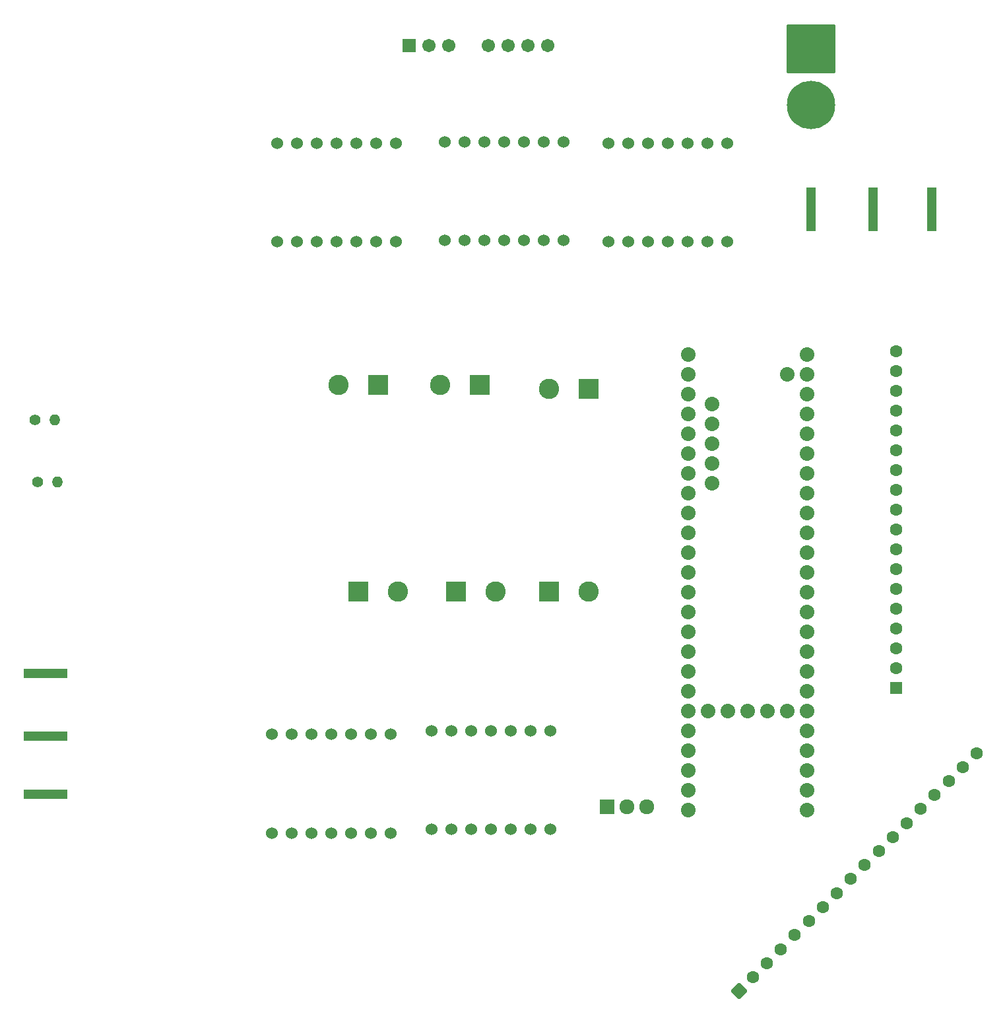
<source format=gbs>
G04 #@! TF.GenerationSoftware,KiCad,Pcbnew,8.0.5*
G04 #@! TF.CreationDate,2024-12-27T19:52:07-05:00*
G04 #@! TF.ProjectId,RoboCup25PCBv1,526f626f-4375-4703-9235-50434276312e,rev?*
G04 #@! TF.SameCoordinates,Original*
G04 #@! TF.FileFunction,Soldermask,Bot*
G04 #@! TF.FilePolarity,Negative*
%FSLAX46Y46*%
G04 Gerber Fmt 4.6, Leading zero omitted, Abs format (unit mm)*
G04 Created by KiCad (PCBNEW 8.0.5) date 2024-12-27 19:52:07*
%MOMM*%
%LPD*%
G01*
G04 APERTURE LIST*
G04 Aperture macros list*
%AMRoundRect*
0 Rectangle with rounded corners*
0 $1 Rounding radius*
0 $2 $3 $4 $5 $6 $7 $8 $9 X,Y pos of 4 corners*
0 Add a 4 corners polygon primitive as box body*
4,1,4,$2,$3,$4,$5,$6,$7,$8,$9,$2,$3,0*
0 Add four circle primitives for the rounded corners*
1,1,$1+$1,$2,$3*
1,1,$1+$1,$4,$5*
1,1,$1+$1,$6,$7*
1,1,$1+$1,$8,$9*
0 Add four rect primitives between the rounded corners*
20,1,$1+$1,$2,$3,$4,$5,0*
20,1,$1+$1,$4,$5,$6,$7,0*
20,1,$1+$1,$6,$7,$8,$9,0*
20,1,$1+$1,$8,$9,$2,$3,0*%
G04 Aperture macros list end*
%ADD10RoundRect,0.102000X-1.200000X-1.200000X1.200000X-1.200000X1.200000X1.200000X-1.200000X1.200000X0*%
%ADD11C,2.604000*%
%ADD12C,1.524000*%
%ADD13R,5.600000X1.200000*%
%ADD14R,1.920000X1.920000*%
%ADD15C,1.920000*%
%ADD16R,1.200000X5.600000*%
%ADD17RoundRect,0.102000X1.200000X1.200000X-1.200000X1.200000X-1.200000X-1.200000X1.200000X-1.200000X0*%
%ADD18C,1.400000*%
%ADD19O,1.400000X1.400000*%
%ADD20RoundRect,0.102000X0.699000X-0.699000X0.699000X0.699000X-0.699000X0.699000X-0.699000X-0.699000X0*%
%ADD21C,1.602000*%
%ADD22RoundRect,0.102000X-0.754000X-0.754000X0.754000X-0.754000X0.754000X0.754000X-0.754000X0.754000X0*%
%ADD23C,1.712000*%
%ADD24C,1.869000*%
%ADD25C,6.204000*%
%ADD26RoundRect,0.102000X-3.000000X3.000000X-3.000000X-3.000000X3.000000X-3.000000X3.000000X3.000000X0*%
%ADD27RoundRect,0.102000X0.000000X-0.988535X0.988535X0.000000X0.000000X0.988535X-0.988535X0.000000X0*%
G04 APERTURE END LIST*
D10*
X332920000Y-201000000D03*
D11*
X338000000Y-201000000D03*
D12*
X317840000Y-231500000D03*
X320380000Y-231500000D03*
X322920000Y-231500000D03*
X325460000Y-231500000D03*
X328000000Y-231500000D03*
X330540000Y-231500000D03*
X333080000Y-231500000D03*
X333080000Y-218840000D03*
X330540000Y-218840000D03*
X328000000Y-218840000D03*
X325460000Y-218840000D03*
X322920000Y-218840000D03*
X320380000Y-218840000D03*
X317840000Y-218840000D03*
D13*
X268335000Y-219525000D03*
X268335000Y-227025000D03*
X268335000Y-211525000D03*
D14*
X340360000Y-228600000D03*
D15*
X342900000Y-228600000D03*
X345440000Y-228600000D03*
D12*
X334740000Y-143340000D03*
X332200000Y-143340000D03*
X329660000Y-143340000D03*
X327120000Y-143340000D03*
X324580000Y-143340000D03*
X322040000Y-143340000D03*
X319500000Y-143340000D03*
X319500000Y-156000000D03*
X322040000Y-156000000D03*
X324580000Y-156000000D03*
X327120000Y-156000000D03*
X329660000Y-156000000D03*
X332200000Y-156000000D03*
X334740000Y-156000000D03*
D16*
X374500000Y-152000000D03*
X382000000Y-152000000D03*
X366500000Y-152000000D03*
D17*
X311000000Y-174500000D03*
D11*
X305920000Y-174500000D03*
D10*
X308420000Y-201000000D03*
D11*
X313500000Y-201000000D03*
D12*
X297340000Y-232000000D03*
X299880000Y-232000000D03*
X302420000Y-232000000D03*
X304960000Y-232000000D03*
X307500000Y-232000000D03*
X310040000Y-232000000D03*
X312580000Y-232000000D03*
X312580000Y-219340000D03*
X310040000Y-219340000D03*
X307500000Y-219340000D03*
X304960000Y-219340000D03*
X302420000Y-219340000D03*
X299880000Y-219340000D03*
X297340000Y-219340000D03*
D18*
X266960000Y-179000000D03*
D19*
X269500000Y-179000000D03*
D20*
X377460000Y-213360000D03*
D21*
X377460000Y-210820000D03*
X377460000Y-208280000D03*
X377460000Y-205740000D03*
X377460000Y-203200000D03*
X377460000Y-200660000D03*
X377460000Y-198120000D03*
X377460000Y-195580000D03*
X377460000Y-193040000D03*
X377460000Y-190500000D03*
X377460000Y-187960000D03*
X377460000Y-185420000D03*
X377460000Y-182880000D03*
X377460000Y-180340000D03*
X377460000Y-177800000D03*
X377460000Y-175260000D03*
X377460000Y-172720000D03*
X377460000Y-170180000D03*
D22*
X314920000Y-131000000D03*
D23*
X317460000Y-131000000D03*
X320000000Y-131000000D03*
X325080000Y-131000000D03*
X327620000Y-131000000D03*
X330160000Y-131000000D03*
X332700000Y-131000000D03*
D12*
X355780000Y-143500000D03*
X353240000Y-143500000D03*
X350700000Y-143500000D03*
X348160000Y-143500000D03*
X345620000Y-143500000D03*
X343080000Y-143500000D03*
X340540000Y-143500000D03*
X340540000Y-156160000D03*
X343080000Y-156160000D03*
X345620000Y-156160000D03*
X348160000Y-156160000D03*
X350700000Y-156160000D03*
X353240000Y-156160000D03*
X355780000Y-156160000D03*
D24*
X350760000Y-175720000D03*
X350760000Y-178260000D03*
X350760000Y-180800000D03*
X350760000Y-183340000D03*
X350760000Y-185880000D03*
X350760000Y-188420000D03*
X350760000Y-190960000D03*
X350760000Y-193500000D03*
X350760000Y-196040000D03*
X350760000Y-198580000D03*
X350760000Y-201120000D03*
X350760000Y-203660000D03*
X366000000Y-203660000D03*
X366000000Y-201120000D03*
X366000000Y-198580000D03*
X366000000Y-196040000D03*
X366000000Y-193500000D03*
X366000000Y-190960000D03*
X366000000Y-188420000D03*
X366000000Y-185880000D03*
X366000000Y-183340000D03*
X366000000Y-180800000D03*
X366000000Y-178260000D03*
X350760000Y-208740000D03*
X350760000Y-211280000D03*
X350760000Y-213820000D03*
X350760000Y-216360000D03*
X350760000Y-218900000D03*
X350760000Y-221440000D03*
X350760000Y-223980000D03*
X350760000Y-226520000D03*
X350760000Y-229060000D03*
X366000000Y-229060000D03*
X366000000Y-226520000D03*
X366000000Y-223980000D03*
X366000000Y-221440000D03*
X366000000Y-218900000D03*
X366000000Y-216360000D03*
X366000000Y-213820000D03*
X366000000Y-211280000D03*
X366000000Y-208740000D03*
X350760000Y-206200000D03*
X353300000Y-216360000D03*
X355840000Y-216360000D03*
X358380000Y-216360000D03*
X360920000Y-216360000D03*
X363460000Y-216360000D03*
X353810000Y-187150000D03*
X353810000Y-184610000D03*
X353810000Y-182070000D03*
X353810000Y-179530000D03*
X353810000Y-176990000D03*
X366000000Y-175720000D03*
X366000000Y-170640000D03*
X350760000Y-173180000D03*
X363460000Y-173180000D03*
X366000000Y-206200000D03*
X366000000Y-173180000D03*
X350760000Y-170640000D03*
D12*
X313280000Y-143500000D03*
X310740000Y-143500000D03*
X308200000Y-143500000D03*
X305660000Y-143500000D03*
X303120000Y-143500000D03*
X300580000Y-143500000D03*
X298040000Y-143500000D03*
X298040000Y-156160000D03*
X300580000Y-156160000D03*
X303120000Y-156160000D03*
X305660000Y-156160000D03*
X308200000Y-156160000D03*
X310740000Y-156160000D03*
X313280000Y-156160000D03*
D25*
X366500000Y-138600000D03*
D26*
X366500000Y-131400000D03*
D10*
X321000000Y-201000000D03*
D11*
X326080000Y-201000000D03*
D18*
X267280000Y-187000000D03*
D19*
X269820000Y-187000000D03*
D27*
X357243465Y-252256535D03*
D21*
X359039516Y-250460484D03*
X360835567Y-248664433D03*
X362631618Y-246868382D03*
X364427669Y-245072331D03*
X366223721Y-243276279D03*
X368019772Y-241480228D03*
X369815823Y-239684177D03*
X371611874Y-237888126D03*
X373407926Y-236092074D03*
X375203977Y-234296023D03*
X377000028Y-232499972D03*
X378796079Y-230703921D03*
X380592131Y-228907869D03*
X382388182Y-227111818D03*
X384184233Y-225315767D03*
X385980284Y-223519716D03*
X387776335Y-221723665D03*
D17*
X338000000Y-175000000D03*
D11*
X332920000Y-175000000D03*
D17*
X324000000Y-174500000D03*
D11*
X318920000Y-174500000D03*
M02*

</source>
